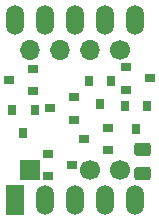
<source format=gbr>
%TF.GenerationSoftware,KiCad,Pcbnew,5.1.9+dfsg1-1+deb11u1*%
%TF.CreationDate,2024-08-22T01:22:47-07:00*%
%TF.ProjectId,micro7Decoder,6d696372-6f37-4446-9563-6f6465722e6b,rev?*%
%TF.SameCoordinates,Original*%
%TF.FileFunction,Soldermask,Bot*%
%TF.FilePolarity,Negative*%
%FSLAX46Y46*%
G04 Gerber Fmt 4.6, Leading zero omitted, Abs format (unit mm)*
G04 Created by KiCad (PCBNEW 5.1.9+dfsg1-1+deb11u1) date 2024-08-22 01:22:47*
%MOMM*%
%LPD*%
G01*
G04 APERTURE LIST*
%ADD10C,1.700000*%
%ADD11R,0.800000X0.900000*%
%ADD12R,0.900000X0.800000*%
%ADD13O,1.700000X1.700000*%
%ADD14R,1.700000X1.700000*%
%ADD15R,1.524000X2.524000*%
%ADD16O,1.524000X2.524000*%
G04 APERTURE END LIST*
D10*
%TO.C,J4*%
X146050000Y-78740000D03*
%TD*%
D11*
%TO.C,D4*%
X146878000Y-73204000D03*
X147828000Y-71204000D03*
X145928000Y-71204000D03*
%TD*%
D12*
%TO.C,D1*%
X145574000Y-76139000D03*
X147574000Y-77089000D03*
X147574000Y-75189000D03*
%TD*%
%TO.C,D5*%
X139192000Y-71120000D03*
X141192000Y-72070000D03*
X141192000Y-70170000D03*
%TD*%
D11*
%TO.C,D3*%
X140401000Y-75660000D03*
X141351000Y-73660000D03*
X139451000Y-73660000D03*
%TD*%
%TO.C,D2*%
X149926000Y-75311000D03*
X150876000Y-73311000D03*
X148976000Y-73311000D03*
%TD*%
%TO.C,R8*%
G36*
G01*
X150945001Y-77582500D02*
X150044999Y-77582500D01*
G75*
G02*
X149795000Y-77332501I0J249999D01*
G01*
X149795000Y-76682499D01*
G75*
G02*
X150044999Y-76432500I249999J0D01*
G01*
X150945001Y-76432500D01*
G75*
G02*
X151195000Y-76682499I0J-249999D01*
G01*
X151195000Y-77332501D01*
G75*
G02*
X150945001Y-77582500I-249999J0D01*
G01*
G37*
G36*
G01*
X150945001Y-79632500D02*
X150044999Y-79632500D01*
G75*
G02*
X149795000Y-79382501I0J249999D01*
G01*
X149795000Y-78732499D01*
G75*
G02*
X150044999Y-78482500I249999J0D01*
G01*
X150945001Y-78482500D01*
G75*
G02*
X151195000Y-78732499I0J-249999D01*
G01*
X151195000Y-79382501D01*
G75*
G02*
X150945001Y-79632500I-249999J0D01*
G01*
G37*
%TD*%
D12*
%TO.C,Q3*%
X142653000Y-73533000D03*
X144653000Y-74483000D03*
X144653000Y-72583000D03*
%TD*%
%TO.C,Q2*%
X144475200Y-78333600D03*
X142475200Y-77383600D03*
X142475200Y-79283600D03*
%TD*%
%TO.C,Q1*%
X151098000Y-70993000D03*
X149098000Y-70043000D03*
X149098000Y-71943000D03*
%TD*%
D13*
%TO.C,J3*%
X140970000Y-68580000D03*
X143510000Y-68580000D03*
X146050000Y-68580000D03*
D10*
X148590000Y-68580000D03*
%TD*%
D14*
%TO.C,J2*%
X140970000Y-78740000D03*
%TD*%
D10*
%TO.C,J1*%
X148590000Y-78740000D03*
%TD*%
D15*
%TO.C,AFF1*%
X139700000Y-81280000D03*
D16*
X142240000Y-81280000D03*
X144780000Y-81280000D03*
X147320000Y-81280000D03*
X149860000Y-81280000D03*
X149860000Y-66040000D03*
X147320000Y-66040000D03*
X144780000Y-66040000D03*
X142240000Y-66040000D03*
X139700000Y-66040000D03*
%TD*%
M02*

</source>
